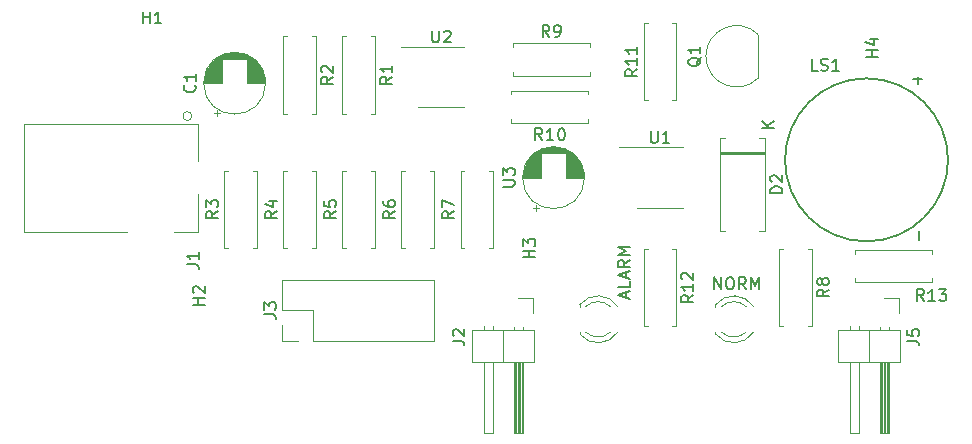
<source format=gto>
G04 #@! TF.GenerationSoftware,KiCad,Pcbnew,(5.1.10)-1*
G04 #@! TF.CreationDate,2021-08-27T01:26:18-04:00*
G04 #@! TF.ProjectId,Water_Valve_Sensor,57617465-725f-4566-916c-76655f53656e,rev?*
G04 #@! TF.SameCoordinates,Original*
G04 #@! TF.FileFunction,Legend,Top*
G04 #@! TF.FilePolarity,Positive*
%FSLAX46Y46*%
G04 Gerber Fmt 4.6, Leading zero omitted, Abs format (unit mm)*
G04 Created by KiCad (PCBNEW (5.1.10)-1) date 2021-08-27 01:26:18*
%MOMM*%
%LPD*%
G01*
G04 APERTURE LIST*
%ADD10C,0.200000*%
%ADD11C,0.120000*%
%ADD12C,0.127000*%
%ADD13C,0.150000*%
%ADD14O,1.600000X1.600000*%
%ADD15C,1.600000*%
%ADD16C,2.500000*%
%ADD17C,5.000000*%
%ADD18C,2.900000*%
%ADD19O,2.000000X4.500000*%
%ADD20O,4.000000X2.000000*%
%ADD21O,2.000000X4.000000*%
%ADD22O,1.700000X1.700000*%
%ADD23R,1.700000X1.700000*%
%ADD24R,1.600000X1.600000*%
%ADD25R,1.300000X1.300000*%
%ADD26C,1.300000*%
%ADD27C,1.800000*%
%ADD28R,1.800000X1.800000*%
%ADD29O,2.400000X2.400000*%
%ADD30R,2.400000X2.400000*%
G04 APERTURE END LIST*
D10*
X87619047Y-145452380D02*
X87619047Y-144452380D01*
X88190476Y-145452380D01*
X88190476Y-144452380D01*
X88857142Y-144452380D02*
X89047619Y-144452380D01*
X89142857Y-144500000D01*
X89238095Y-144595238D01*
X89285714Y-144785714D01*
X89285714Y-145119047D01*
X89238095Y-145309523D01*
X89142857Y-145404761D01*
X89047619Y-145452380D01*
X88857142Y-145452380D01*
X88761904Y-145404761D01*
X88666666Y-145309523D01*
X88619047Y-145119047D01*
X88619047Y-144785714D01*
X88666666Y-144595238D01*
X88761904Y-144500000D01*
X88857142Y-144452380D01*
X90285714Y-145452380D02*
X89952380Y-144976190D01*
X89714285Y-145452380D02*
X89714285Y-144452380D01*
X90095238Y-144452380D01*
X90190476Y-144500000D01*
X90238095Y-144547619D01*
X90285714Y-144642857D01*
X90285714Y-144785714D01*
X90238095Y-144880952D01*
X90190476Y-144928571D01*
X90095238Y-144976190D01*
X89714285Y-144976190D01*
X90714285Y-145452380D02*
X90714285Y-144452380D01*
X91047619Y-145166666D01*
X91380952Y-144452380D01*
X91380952Y-145452380D01*
X80166666Y-146142857D02*
X80166666Y-145666666D01*
X80452380Y-146238095D02*
X79452380Y-145904761D01*
X80452380Y-145571428D01*
X80452380Y-144761904D02*
X80452380Y-145238095D01*
X79452380Y-145238095D01*
X80166666Y-144476190D02*
X80166666Y-144000000D01*
X80452380Y-144571428D02*
X79452380Y-144238095D01*
X80452380Y-143904761D01*
X80452380Y-143000000D02*
X79976190Y-143333333D01*
X80452380Y-143571428D02*
X79452380Y-143571428D01*
X79452380Y-143190476D01*
X79500000Y-143095238D01*
X79547619Y-143047619D01*
X79642857Y-143000000D01*
X79785714Y-143000000D01*
X79880952Y-143047619D01*
X79928571Y-143095238D01*
X79976190Y-143190476D01*
X79976190Y-143571428D01*
X80452380Y-142571428D02*
X79452380Y-142571428D01*
X80166666Y-142238095D01*
X79452380Y-141904761D01*
X80452380Y-141904761D01*
D11*
X99540000Y-142460000D02*
X99540000Y-142130000D01*
X99540000Y-142130000D02*
X106080000Y-142130000D01*
X106080000Y-142130000D02*
X106080000Y-142460000D01*
X99540000Y-144540000D02*
X99540000Y-144870000D01*
X99540000Y-144870000D02*
X106080000Y-144870000D01*
X106080000Y-144870000D02*
X106080000Y-144540000D01*
D12*
X107400000Y-134500000D02*
G75*
G03*
X107400000Y-134500000I-6900000J0D01*
G01*
D11*
X43381000Y-130793000D02*
G75*
G03*
X43381000Y-130793000I-381000J0D01*
G01*
X40753454Y-140572000D02*
X43889000Y-140572000D01*
X43889000Y-131428000D02*
X29157000Y-131428000D01*
X43889000Y-140572000D02*
X43889000Y-131428000D01*
X29157000Y-140572000D02*
X39150546Y-140572000D01*
X29157000Y-131428000D02*
X29157000Y-140572000D01*
X72330000Y-148940000D02*
X67130000Y-148940000D01*
X67130000Y-148940000D02*
X67130000Y-151600000D01*
X67130000Y-151600000D02*
X72330000Y-151600000D01*
X72330000Y-151600000D02*
X72330000Y-148940000D01*
X71380000Y-151600000D02*
X71380000Y-157600000D01*
X71380000Y-157600000D02*
X70620000Y-157600000D01*
X70620000Y-157600000D02*
X70620000Y-151600000D01*
X71320000Y-151600000D02*
X71320000Y-157600000D01*
X71200000Y-151600000D02*
X71200000Y-157600000D01*
X71080000Y-151600000D02*
X71080000Y-157600000D01*
X70960000Y-151600000D02*
X70960000Y-157600000D01*
X70840000Y-151600000D02*
X70840000Y-157600000D01*
X70720000Y-151600000D02*
X70720000Y-157600000D01*
X71380000Y-148610000D02*
X71380000Y-148940000D01*
X70620000Y-148610000D02*
X70620000Y-148940000D01*
X69730000Y-148940000D02*
X69730000Y-151600000D01*
X68840000Y-151600000D02*
X68840000Y-157600000D01*
X68840000Y-157600000D02*
X68080000Y-157600000D01*
X68080000Y-157600000D02*
X68080000Y-151600000D01*
X68840000Y-148542929D02*
X68840000Y-148940000D01*
X68080000Y-148542929D02*
X68080000Y-148940000D01*
X71000000Y-146230000D02*
X72270000Y-146230000D01*
X72270000Y-146230000D02*
X72270000Y-147500000D01*
X103330000Y-148940000D02*
X98130000Y-148940000D01*
X98130000Y-148940000D02*
X98130000Y-151600000D01*
X98130000Y-151600000D02*
X103330000Y-151600000D01*
X103330000Y-151600000D02*
X103330000Y-148940000D01*
X102380000Y-151600000D02*
X102380000Y-157600000D01*
X102380000Y-157600000D02*
X101620000Y-157600000D01*
X101620000Y-157600000D02*
X101620000Y-151600000D01*
X102320000Y-151600000D02*
X102320000Y-157600000D01*
X102200000Y-151600000D02*
X102200000Y-157600000D01*
X102080000Y-151600000D02*
X102080000Y-157600000D01*
X101960000Y-151600000D02*
X101960000Y-157600000D01*
X101840000Y-151600000D02*
X101840000Y-157600000D01*
X101720000Y-151600000D02*
X101720000Y-157600000D01*
X102380000Y-148610000D02*
X102380000Y-148940000D01*
X101620000Y-148610000D02*
X101620000Y-148940000D01*
X100730000Y-148940000D02*
X100730000Y-151600000D01*
X99840000Y-151600000D02*
X99840000Y-157600000D01*
X99840000Y-157600000D02*
X99080000Y-157600000D01*
X99080000Y-157600000D02*
X99080000Y-151600000D01*
X99840000Y-148542929D02*
X99840000Y-148940000D01*
X99080000Y-148542929D02*
X99080000Y-148940000D01*
X102000000Y-146230000D02*
X103270000Y-146230000D01*
X103270000Y-146230000D02*
X103270000Y-147500000D01*
X63870000Y-149830000D02*
X63870000Y-144630000D01*
X53650000Y-149830000D02*
X63870000Y-149830000D01*
X51050000Y-144630000D02*
X63870000Y-144630000D01*
X53650000Y-149830000D02*
X53650000Y-147230000D01*
X53650000Y-147230000D02*
X51050000Y-147230000D01*
X51050000Y-147230000D02*
X51050000Y-144630000D01*
X52380000Y-149830000D02*
X51050000Y-149830000D01*
X51050000Y-149830000D02*
X51050000Y-148500000D01*
X76620000Y-136000000D02*
G75*
G03*
X76620000Y-136000000I-2620000J0D01*
G01*
X75040000Y-136000000D02*
X76580000Y-136000000D01*
X71420000Y-136000000D02*
X72960000Y-136000000D01*
X75040000Y-135960000D02*
X76580000Y-135960000D01*
X71420000Y-135960000D02*
X72960000Y-135960000D01*
X71421000Y-135920000D02*
X72960000Y-135920000D01*
X75040000Y-135920000D02*
X76579000Y-135920000D01*
X71422000Y-135880000D02*
X72960000Y-135880000D01*
X75040000Y-135880000D02*
X76578000Y-135880000D01*
X71424000Y-135840000D02*
X72960000Y-135840000D01*
X75040000Y-135840000D02*
X76576000Y-135840000D01*
X71427000Y-135800000D02*
X72960000Y-135800000D01*
X75040000Y-135800000D02*
X76573000Y-135800000D01*
X71431000Y-135760000D02*
X72960000Y-135760000D01*
X75040000Y-135760000D02*
X76569000Y-135760000D01*
X71435000Y-135720000D02*
X72960000Y-135720000D01*
X75040000Y-135720000D02*
X76565000Y-135720000D01*
X71439000Y-135680000D02*
X72960000Y-135680000D01*
X75040000Y-135680000D02*
X76561000Y-135680000D01*
X71444000Y-135640000D02*
X72960000Y-135640000D01*
X75040000Y-135640000D02*
X76556000Y-135640000D01*
X71450000Y-135600000D02*
X72960000Y-135600000D01*
X75040000Y-135600000D02*
X76550000Y-135600000D01*
X71457000Y-135560000D02*
X72960000Y-135560000D01*
X75040000Y-135560000D02*
X76543000Y-135560000D01*
X71464000Y-135520000D02*
X72960000Y-135520000D01*
X75040000Y-135520000D02*
X76536000Y-135520000D01*
X71472000Y-135480000D02*
X72960000Y-135480000D01*
X75040000Y-135480000D02*
X76528000Y-135480000D01*
X71480000Y-135440000D02*
X72960000Y-135440000D01*
X75040000Y-135440000D02*
X76520000Y-135440000D01*
X71489000Y-135400000D02*
X72960000Y-135400000D01*
X75040000Y-135400000D02*
X76511000Y-135400000D01*
X71499000Y-135360000D02*
X72960000Y-135360000D01*
X75040000Y-135360000D02*
X76501000Y-135360000D01*
X71509000Y-135320000D02*
X72960000Y-135320000D01*
X75040000Y-135320000D02*
X76491000Y-135320000D01*
X71520000Y-135279000D02*
X72960000Y-135279000D01*
X75040000Y-135279000D02*
X76480000Y-135279000D01*
X71532000Y-135239000D02*
X72960000Y-135239000D01*
X75040000Y-135239000D02*
X76468000Y-135239000D01*
X71545000Y-135199000D02*
X72960000Y-135199000D01*
X75040000Y-135199000D02*
X76455000Y-135199000D01*
X71558000Y-135159000D02*
X72960000Y-135159000D01*
X75040000Y-135159000D02*
X76442000Y-135159000D01*
X71572000Y-135119000D02*
X72960000Y-135119000D01*
X75040000Y-135119000D02*
X76428000Y-135119000D01*
X71586000Y-135079000D02*
X72960000Y-135079000D01*
X75040000Y-135079000D02*
X76414000Y-135079000D01*
X71602000Y-135039000D02*
X72960000Y-135039000D01*
X75040000Y-135039000D02*
X76398000Y-135039000D01*
X71618000Y-134999000D02*
X72960000Y-134999000D01*
X75040000Y-134999000D02*
X76382000Y-134999000D01*
X71635000Y-134959000D02*
X72960000Y-134959000D01*
X75040000Y-134959000D02*
X76365000Y-134959000D01*
X71652000Y-134919000D02*
X72960000Y-134919000D01*
X75040000Y-134919000D02*
X76348000Y-134919000D01*
X71671000Y-134879000D02*
X72960000Y-134879000D01*
X75040000Y-134879000D02*
X76329000Y-134879000D01*
X71690000Y-134839000D02*
X72960000Y-134839000D01*
X75040000Y-134839000D02*
X76310000Y-134839000D01*
X71710000Y-134799000D02*
X72960000Y-134799000D01*
X75040000Y-134799000D02*
X76290000Y-134799000D01*
X71732000Y-134759000D02*
X72960000Y-134759000D01*
X75040000Y-134759000D02*
X76268000Y-134759000D01*
X71753000Y-134719000D02*
X72960000Y-134719000D01*
X75040000Y-134719000D02*
X76247000Y-134719000D01*
X71776000Y-134679000D02*
X72960000Y-134679000D01*
X75040000Y-134679000D02*
X76224000Y-134679000D01*
X71800000Y-134639000D02*
X72960000Y-134639000D01*
X75040000Y-134639000D02*
X76200000Y-134639000D01*
X71825000Y-134599000D02*
X72960000Y-134599000D01*
X75040000Y-134599000D02*
X76175000Y-134599000D01*
X71851000Y-134559000D02*
X72960000Y-134559000D01*
X75040000Y-134559000D02*
X76149000Y-134559000D01*
X71878000Y-134519000D02*
X72960000Y-134519000D01*
X75040000Y-134519000D02*
X76122000Y-134519000D01*
X71905000Y-134479000D02*
X72960000Y-134479000D01*
X75040000Y-134479000D02*
X76095000Y-134479000D01*
X71935000Y-134439000D02*
X72960000Y-134439000D01*
X75040000Y-134439000D02*
X76065000Y-134439000D01*
X71965000Y-134399000D02*
X72960000Y-134399000D01*
X75040000Y-134399000D02*
X76035000Y-134399000D01*
X71996000Y-134359000D02*
X72960000Y-134359000D01*
X75040000Y-134359000D02*
X76004000Y-134359000D01*
X72029000Y-134319000D02*
X72960000Y-134319000D01*
X75040000Y-134319000D02*
X75971000Y-134319000D01*
X72063000Y-134279000D02*
X72960000Y-134279000D01*
X75040000Y-134279000D02*
X75937000Y-134279000D01*
X72099000Y-134239000D02*
X72960000Y-134239000D01*
X75040000Y-134239000D02*
X75901000Y-134239000D01*
X72136000Y-134199000D02*
X72960000Y-134199000D01*
X75040000Y-134199000D02*
X75864000Y-134199000D01*
X72174000Y-134159000D02*
X72960000Y-134159000D01*
X75040000Y-134159000D02*
X75826000Y-134159000D01*
X72215000Y-134119000D02*
X72960000Y-134119000D01*
X75040000Y-134119000D02*
X75785000Y-134119000D01*
X72257000Y-134079000D02*
X72960000Y-134079000D01*
X75040000Y-134079000D02*
X75743000Y-134079000D01*
X72301000Y-134039000D02*
X72960000Y-134039000D01*
X75040000Y-134039000D02*
X75699000Y-134039000D01*
X72347000Y-133999000D02*
X72960000Y-133999000D01*
X75040000Y-133999000D02*
X75653000Y-133999000D01*
X72395000Y-133959000D02*
X75605000Y-133959000D01*
X72446000Y-133919000D02*
X75554000Y-133919000D01*
X72500000Y-133879000D02*
X75500000Y-133879000D01*
X72557000Y-133839000D02*
X75443000Y-133839000D01*
X72617000Y-133799000D02*
X75383000Y-133799000D01*
X72681000Y-133759000D02*
X75319000Y-133759000D01*
X72749000Y-133719000D02*
X75251000Y-133719000D01*
X72822000Y-133679000D02*
X75178000Y-133679000D01*
X72902000Y-133639000D02*
X75098000Y-133639000D01*
X72989000Y-133599000D02*
X75011000Y-133599000D01*
X73085000Y-133559000D02*
X74915000Y-133559000D01*
X73195000Y-133519000D02*
X74805000Y-133519000D01*
X73323000Y-133479000D02*
X74677000Y-133479000D01*
X73482000Y-133439000D02*
X74518000Y-133439000D01*
X73716000Y-133399000D02*
X74284000Y-133399000D01*
X72525000Y-138804775D02*
X72525000Y-138304775D01*
X72275000Y-138554775D02*
X72775000Y-138554775D01*
X64500000Y-130060000D02*
X66450000Y-130060000D01*
X64500000Y-130060000D02*
X62550000Y-130060000D01*
X64500000Y-124940000D02*
X66450000Y-124940000D01*
X64500000Y-124940000D02*
X61050000Y-124940000D01*
X83000000Y-138560000D02*
X84950000Y-138560000D01*
X83000000Y-138560000D02*
X81050000Y-138560000D01*
X83000000Y-133440000D02*
X84950000Y-133440000D01*
X83000000Y-133440000D02*
X79550000Y-133440000D01*
X84040000Y-142040000D02*
X84370000Y-142040000D01*
X84370000Y-142040000D02*
X84370000Y-148580000D01*
X84370000Y-148580000D02*
X84040000Y-148580000D01*
X81960000Y-142040000D02*
X81630000Y-142040000D01*
X81630000Y-142040000D02*
X81630000Y-148580000D01*
X81630000Y-148580000D02*
X81960000Y-148580000D01*
X81960000Y-129460000D02*
X81630000Y-129460000D01*
X81630000Y-129460000D02*
X81630000Y-122920000D01*
X81630000Y-122920000D02*
X81960000Y-122920000D01*
X84040000Y-129460000D02*
X84370000Y-129460000D01*
X84370000Y-129460000D02*
X84370000Y-122920000D01*
X84370000Y-122920000D02*
X84040000Y-122920000D01*
X76960000Y-131040000D02*
X76960000Y-131370000D01*
X76960000Y-131370000D02*
X70420000Y-131370000D01*
X70420000Y-131370000D02*
X70420000Y-131040000D01*
X76960000Y-128960000D02*
X76960000Y-128630000D01*
X76960000Y-128630000D02*
X70420000Y-128630000D01*
X70420000Y-128630000D02*
X70420000Y-128960000D01*
X70540000Y-124960000D02*
X70540000Y-124630000D01*
X70540000Y-124630000D02*
X77080000Y-124630000D01*
X77080000Y-124630000D02*
X77080000Y-124960000D01*
X70540000Y-127040000D02*
X70540000Y-127370000D01*
X70540000Y-127370000D02*
X77080000Y-127370000D01*
X77080000Y-127370000D02*
X77080000Y-127040000D01*
X95540000Y-142040000D02*
X95870000Y-142040000D01*
X95870000Y-142040000D02*
X95870000Y-148580000D01*
X95870000Y-148580000D02*
X95540000Y-148580000D01*
X93460000Y-142040000D02*
X93130000Y-142040000D01*
X93130000Y-142040000D02*
X93130000Y-148580000D01*
X93130000Y-148580000D02*
X93460000Y-148580000D01*
X66460000Y-141960000D02*
X66130000Y-141960000D01*
X66130000Y-141960000D02*
X66130000Y-135420000D01*
X66130000Y-135420000D02*
X66460000Y-135420000D01*
X68540000Y-141960000D02*
X68870000Y-141960000D01*
X68870000Y-141960000D02*
X68870000Y-135420000D01*
X68870000Y-135420000D02*
X68540000Y-135420000D01*
X61460000Y-141960000D02*
X61130000Y-141960000D01*
X61130000Y-141960000D02*
X61130000Y-135420000D01*
X61130000Y-135420000D02*
X61460000Y-135420000D01*
X63540000Y-141960000D02*
X63870000Y-141960000D01*
X63870000Y-141960000D02*
X63870000Y-135420000D01*
X63870000Y-135420000D02*
X63540000Y-135420000D01*
X56460000Y-141960000D02*
X56130000Y-141960000D01*
X56130000Y-141960000D02*
X56130000Y-135420000D01*
X56130000Y-135420000D02*
X56460000Y-135420000D01*
X58540000Y-141960000D02*
X58870000Y-141960000D01*
X58870000Y-141960000D02*
X58870000Y-135420000D01*
X58870000Y-135420000D02*
X58540000Y-135420000D01*
X51460000Y-141960000D02*
X51130000Y-141960000D01*
X51130000Y-141960000D02*
X51130000Y-135420000D01*
X51130000Y-135420000D02*
X51460000Y-135420000D01*
X53540000Y-141960000D02*
X53870000Y-141960000D01*
X53870000Y-141960000D02*
X53870000Y-135420000D01*
X53870000Y-135420000D02*
X53540000Y-135420000D01*
X46460000Y-141960000D02*
X46130000Y-141960000D01*
X46130000Y-141960000D02*
X46130000Y-135420000D01*
X46130000Y-135420000D02*
X46460000Y-135420000D01*
X48540000Y-141960000D02*
X48870000Y-141960000D01*
X48870000Y-141960000D02*
X48870000Y-135420000D01*
X48870000Y-135420000D02*
X48540000Y-135420000D01*
X53540000Y-124040000D02*
X53870000Y-124040000D01*
X53870000Y-124040000D02*
X53870000Y-130580000D01*
X53870000Y-130580000D02*
X53540000Y-130580000D01*
X51460000Y-124040000D02*
X51130000Y-124040000D01*
X51130000Y-124040000D02*
X51130000Y-130580000D01*
X51130000Y-130580000D02*
X51460000Y-130580000D01*
X58540000Y-124040000D02*
X58870000Y-124040000D01*
X58870000Y-124040000D02*
X58870000Y-130580000D01*
X58870000Y-130580000D02*
X58540000Y-130580000D01*
X56460000Y-124040000D02*
X56130000Y-124040000D01*
X56130000Y-124040000D02*
X56130000Y-130580000D01*
X56130000Y-130580000D02*
X56460000Y-130580000D01*
X91338478Y-123891522D02*
G75*
G03*
X86900000Y-125730000I-1838478J-1838478D01*
G01*
X91338478Y-127568478D02*
G75*
G02*
X86900000Y-125730000I-1838478J1838478D01*
G01*
X91350000Y-127530000D02*
X91350000Y-123930000D01*
X78811130Y-149079837D02*
G75*
G02*
X76729039Y-149080000I-1041130J1079837D01*
G01*
X78811130Y-146920163D02*
G75*
G03*
X76729039Y-146920000I-1041130J-1079837D01*
G01*
X79442335Y-149078608D02*
G75*
G02*
X76210000Y-149235516I-1672335J1078608D01*
G01*
X79442335Y-146921392D02*
G75*
G03*
X76210000Y-146764484I-1672335J-1078608D01*
G01*
X76210000Y-146764000D02*
X76210000Y-146920000D01*
X76210000Y-149080000D02*
X76210000Y-149236000D01*
X91440000Y-132660000D02*
X91920000Y-132660000D01*
X91920000Y-132660000D02*
X91920000Y-140500000D01*
X91920000Y-140500000D02*
X91440000Y-140500000D01*
X88560000Y-132660000D02*
X88080000Y-132660000D01*
X88080000Y-132660000D02*
X88080000Y-140500000D01*
X88080000Y-140500000D02*
X88560000Y-140500000D01*
X91920000Y-133920000D02*
X88080000Y-133920000D01*
X91920000Y-134040000D02*
X88080000Y-134040000D01*
X91920000Y-133800000D02*
X88080000Y-133800000D01*
X90311130Y-149079837D02*
G75*
G02*
X88229039Y-149080000I-1041130J1079837D01*
G01*
X90311130Y-146920163D02*
G75*
G03*
X88229039Y-146920000I-1041130J-1079837D01*
G01*
X90942335Y-149078608D02*
G75*
G02*
X87710000Y-149235516I-1672335J1078608D01*
G01*
X90942335Y-146921392D02*
G75*
G03*
X87710000Y-146764484I-1672335J-1078608D01*
G01*
X87710000Y-146764000D02*
X87710000Y-146920000D01*
X87710000Y-149080000D02*
X87710000Y-149236000D01*
X49620000Y-128000000D02*
G75*
G03*
X49620000Y-128000000I-2620000J0D01*
G01*
X48040000Y-128000000D02*
X49580000Y-128000000D01*
X44420000Y-128000000D02*
X45960000Y-128000000D01*
X48040000Y-127960000D02*
X49580000Y-127960000D01*
X44420000Y-127960000D02*
X45960000Y-127960000D01*
X44421000Y-127920000D02*
X45960000Y-127920000D01*
X48040000Y-127920000D02*
X49579000Y-127920000D01*
X44422000Y-127880000D02*
X45960000Y-127880000D01*
X48040000Y-127880000D02*
X49578000Y-127880000D01*
X44424000Y-127840000D02*
X45960000Y-127840000D01*
X48040000Y-127840000D02*
X49576000Y-127840000D01*
X44427000Y-127800000D02*
X45960000Y-127800000D01*
X48040000Y-127800000D02*
X49573000Y-127800000D01*
X44431000Y-127760000D02*
X45960000Y-127760000D01*
X48040000Y-127760000D02*
X49569000Y-127760000D01*
X44435000Y-127720000D02*
X45960000Y-127720000D01*
X48040000Y-127720000D02*
X49565000Y-127720000D01*
X44439000Y-127680000D02*
X45960000Y-127680000D01*
X48040000Y-127680000D02*
X49561000Y-127680000D01*
X44444000Y-127640000D02*
X45960000Y-127640000D01*
X48040000Y-127640000D02*
X49556000Y-127640000D01*
X44450000Y-127600000D02*
X45960000Y-127600000D01*
X48040000Y-127600000D02*
X49550000Y-127600000D01*
X44457000Y-127560000D02*
X45960000Y-127560000D01*
X48040000Y-127560000D02*
X49543000Y-127560000D01*
X44464000Y-127520000D02*
X45960000Y-127520000D01*
X48040000Y-127520000D02*
X49536000Y-127520000D01*
X44472000Y-127480000D02*
X45960000Y-127480000D01*
X48040000Y-127480000D02*
X49528000Y-127480000D01*
X44480000Y-127440000D02*
X45960000Y-127440000D01*
X48040000Y-127440000D02*
X49520000Y-127440000D01*
X44489000Y-127400000D02*
X45960000Y-127400000D01*
X48040000Y-127400000D02*
X49511000Y-127400000D01*
X44499000Y-127360000D02*
X45960000Y-127360000D01*
X48040000Y-127360000D02*
X49501000Y-127360000D01*
X44509000Y-127320000D02*
X45960000Y-127320000D01*
X48040000Y-127320000D02*
X49491000Y-127320000D01*
X44520000Y-127279000D02*
X45960000Y-127279000D01*
X48040000Y-127279000D02*
X49480000Y-127279000D01*
X44532000Y-127239000D02*
X45960000Y-127239000D01*
X48040000Y-127239000D02*
X49468000Y-127239000D01*
X44545000Y-127199000D02*
X45960000Y-127199000D01*
X48040000Y-127199000D02*
X49455000Y-127199000D01*
X44558000Y-127159000D02*
X45960000Y-127159000D01*
X48040000Y-127159000D02*
X49442000Y-127159000D01*
X44572000Y-127119000D02*
X45960000Y-127119000D01*
X48040000Y-127119000D02*
X49428000Y-127119000D01*
X44586000Y-127079000D02*
X45960000Y-127079000D01*
X48040000Y-127079000D02*
X49414000Y-127079000D01*
X44602000Y-127039000D02*
X45960000Y-127039000D01*
X48040000Y-127039000D02*
X49398000Y-127039000D01*
X44618000Y-126999000D02*
X45960000Y-126999000D01*
X48040000Y-126999000D02*
X49382000Y-126999000D01*
X44635000Y-126959000D02*
X45960000Y-126959000D01*
X48040000Y-126959000D02*
X49365000Y-126959000D01*
X44652000Y-126919000D02*
X45960000Y-126919000D01*
X48040000Y-126919000D02*
X49348000Y-126919000D01*
X44671000Y-126879000D02*
X45960000Y-126879000D01*
X48040000Y-126879000D02*
X49329000Y-126879000D01*
X44690000Y-126839000D02*
X45960000Y-126839000D01*
X48040000Y-126839000D02*
X49310000Y-126839000D01*
X44710000Y-126799000D02*
X45960000Y-126799000D01*
X48040000Y-126799000D02*
X49290000Y-126799000D01*
X44732000Y-126759000D02*
X45960000Y-126759000D01*
X48040000Y-126759000D02*
X49268000Y-126759000D01*
X44753000Y-126719000D02*
X45960000Y-126719000D01*
X48040000Y-126719000D02*
X49247000Y-126719000D01*
X44776000Y-126679000D02*
X45960000Y-126679000D01*
X48040000Y-126679000D02*
X49224000Y-126679000D01*
X44800000Y-126639000D02*
X45960000Y-126639000D01*
X48040000Y-126639000D02*
X49200000Y-126639000D01*
X44825000Y-126599000D02*
X45960000Y-126599000D01*
X48040000Y-126599000D02*
X49175000Y-126599000D01*
X44851000Y-126559000D02*
X45960000Y-126559000D01*
X48040000Y-126559000D02*
X49149000Y-126559000D01*
X44878000Y-126519000D02*
X45960000Y-126519000D01*
X48040000Y-126519000D02*
X49122000Y-126519000D01*
X44905000Y-126479000D02*
X45960000Y-126479000D01*
X48040000Y-126479000D02*
X49095000Y-126479000D01*
X44935000Y-126439000D02*
X45960000Y-126439000D01*
X48040000Y-126439000D02*
X49065000Y-126439000D01*
X44965000Y-126399000D02*
X45960000Y-126399000D01*
X48040000Y-126399000D02*
X49035000Y-126399000D01*
X44996000Y-126359000D02*
X45960000Y-126359000D01*
X48040000Y-126359000D02*
X49004000Y-126359000D01*
X45029000Y-126319000D02*
X45960000Y-126319000D01*
X48040000Y-126319000D02*
X48971000Y-126319000D01*
X45063000Y-126279000D02*
X45960000Y-126279000D01*
X48040000Y-126279000D02*
X48937000Y-126279000D01*
X45099000Y-126239000D02*
X45960000Y-126239000D01*
X48040000Y-126239000D02*
X48901000Y-126239000D01*
X45136000Y-126199000D02*
X45960000Y-126199000D01*
X48040000Y-126199000D02*
X48864000Y-126199000D01*
X45174000Y-126159000D02*
X45960000Y-126159000D01*
X48040000Y-126159000D02*
X48826000Y-126159000D01*
X45215000Y-126119000D02*
X45960000Y-126119000D01*
X48040000Y-126119000D02*
X48785000Y-126119000D01*
X45257000Y-126079000D02*
X45960000Y-126079000D01*
X48040000Y-126079000D02*
X48743000Y-126079000D01*
X45301000Y-126039000D02*
X45960000Y-126039000D01*
X48040000Y-126039000D02*
X48699000Y-126039000D01*
X45347000Y-125999000D02*
X45960000Y-125999000D01*
X48040000Y-125999000D02*
X48653000Y-125999000D01*
X45395000Y-125959000D02*
X48605000Y-125959000D01*
X45446000Y-125919000D02*
X48554000Y-125919000D01*
X45500000Y-125879000D02*
X48500000Y-125879000D01*
X45557000Y-125839000D02*
X48443000Y-125839000D01*
X45617000Y-125799000D02*
X48383000Y-125799000D01*
X45681000Y-125759000D02*
X48319000Y-125759000D01*
X45749000Y-125719000D02*
X48251000Y-125719000D01*
X45822000Y-125679000D02*
X48178000Y-125679000D01*
X45902000Y-125639000D02*
X48098000Y-125639000D01*
X45989000Y-125599000D02*
X48011000Y-125599000D01*
X46085000Y-125559000D02*
X47915000Y-125559000D01*
X46195000Y-125519000D02*
X47805000Y-125519000D01*
X46323000Y-125479000D02*
X47677000Y-125479000D01*
X46482000Y-125439000D02*
X47518000Y-125439000D01*
X46716000Y-125399000D02*
X47284000Y-125399000D01*
X45525000Y-130804775D02*
X45525000Y-130304775D01*
X45275000Y-130554775D02*
X45775000Y-130554775D01*
D13*
X105357142Y-146452380D02*
X105023809Y-145976190D01*
X104785714Y-146452380D02*
X104785714Y-145452380D01*
X105166666Y-145452380D01*
X105261904Y-145500000D01*
X105309523Y-145547619D01*
X105357142Y-145642857D01*
X105357142Y-145785714D01*
X105309523Y-145880952D01*
X105261904Y-145928571D01*
X105166666Y-145976190D01*
X104785714Y-145976190D01*
X106309523Y-146452380D02*
X105738095Y-146452380D01*
X106023809Y-146452380D02*
X106023809Y-145452380D01*
X105928571Y-145595238D01*
X105833333Y-145690476D01*
X105738095Y-145738095D01*
X106642857Y-145452380D02*
X107261904Y-145452380D01*
X106928571Y-145833333D01*
X107071428Y-145833333D01*
X107166666Y-145880952D01*
X107214285Y-145928571D01*
X107261904Y-146023809D01*
X107261904Y-146261904D01*
X107214285Y-146357142D01*
X107166666Y-146404761D01*
X107071428Y-146452380D01*
X106785714Y-146452380D01*
X106690476Y-146404761D01*
X106642857Y-146357142D01*
X96357142Y-126952380D02*
X95880952Y-126952380D01*
X95880952Y-125952380D01*
X96642857Y-126904761D02*
X96785714Y-126952380D01*
X97023809Y-126952380D01*
X97119047Y-126904761D01*
X97166666Y-126857142D01*
X97214285Y-126761904D01*
X97214285Y-126666666D01*
X97166666Y-126571428D01*
X97119047Y-126523809D01*
X97023809Y-126476190D01*
X96833333Y-126428571D01*
X96738095Y-126380952D01*
X96690476Y-126333333D01*
X96642857Y-126238095D01*
X96642857Y-126142857D01*
X96690476Y-126047619D01*
X96738095Y-126000000D01*
X96833333Y-125952380D01*
X97071428Y-125952380D01*
X97214285Y-126000000D01*
X98166666Y-126952380D02*
X97595238Y-126952380D01*
X97880952Y-126952380D02*
X97880952Y-125952380D01*
X97785714Y-126095238D01*
X97690476Y-126190476D01*
X97595238Y-126238095D01*
X104836428Y-128040952D02*
X104836428Y-127279047D01*
X105217380Y-127660000D02*
X104455476Y-127660000D01*
X104976428Y-141255952D02*
X104976428Y-140494047D01*
X101452380Y-125761904D02*
X100452380Y-125761904D01*
X100928571Y-125761904D02*
X100928571Y-125190476D01*
X101452380Y-125190476D02*
X100452380Y-125190476D01*
X100785714Y-124285714D02*
X101452380Y-124285714D01*
X100404761Y-124523809D02*
X101119047Y-124761904D01*
X101119047Y-124142857D01*
X42952380Y-143333333D02*
X43666666Y-143333333D01*
X43809523Y-143380952D01*
X43904761Y-143476190D01*
X43952380Y-143619047D01*
X43952380Y-143714285D01*
X43952380Y-142333333D02*
X43952380Y-142904761D01*
X43952380Y-142619047D02*
X42952380Y-142619047D01*
X43095238Y-142714285D01*
X43190476Y-142809523D01*
X43238095Y-142904761D01*
X42452380Y-136000000D02*
X42690476Y-136000000D01*
X42595238Y-136238095D02*
X42690476Y-136000000D01*
X42595238Y-135761904D01*
X42880952Y-136142857D02*
X42690476Y-136000000D01*
X42880952Y-135857142D01*
X65452380Y-149833333D02*
X66166666Y-149833333D01*
X66309523Y-149880952D01*
X66404761Y-149976190D01*
X66452380Y-150119047D01*
X66452380Y-150214285D01*
X65547619Y-149404761D02*
X65500000Y-149357142D01*
X65452380Y-149261904D01*
X65452380Y-149023809D01*
X65500000Y-148928571D01*
X65547619Y-148880952D01*
X65642857Y-148833333D01*
X65738095Y-148833333D01*
X65880952Y-148880952D01*
X66452380Y-149452380D01*
X66452380Y-148833333D01*
X72452380Y-142761904D02*
X71452380Y-142761904D01*
X71928571Y-142761904D02*
X71928571Y-142190476D01*
X72452380Y-142190476D02*
X71452380Y-142190476D01*
X71452380Y-141809523D02*
X71452380Y-141190476D01*
X71833333Y-141523809D01*
X71833333Y-141380952D01*
X71880952Y-141285714D01*
X71928571Y-141238095D01*
X72023809Y-141190476D01*
X72261904Y-141190476D01*
X72357142Y-141238095D01*
X72404761Y-141285714D01*
X72452380Y-141380952D01*
X72452380Y-141666666D01*
X72404761Y-141761904D01*
X72357142Y-141809523D01*
X44452380Y-146761904D02*
X43452380Y-146761904D01*
X43928571Y-146761904D02*
X43928571Y-146190476D01*
X44452380Y-146190476D02*
X43452380Y-146190476D01*
X43547619Y-145761904D02*
X43500000Y-145714285D01*
X43452380Y-145619047D01*
X43452380Y-145380952D01*
X43500000Y-145285714D01*
X43547619Y-145238095D01*
X43642857Y-145190476D01*
X43738095Y-145190476D01*
X43880952Y-145238095D01*
X44452380Y-145809523D01*
X44452380Y-145190476D01*
X39238095Y-122952380D02*
X39238095Y-121952380D01*
X39238095Y-122428571D02*
X39809523Y-122428571D01*
X39809523Y-122952380D02*
X39809523Y-121952380D01*
X40809523Y-122952380D02*
X40238095Y-122952380D01*
X40523809Y-122952380D02*
X40523809Y-121952380D01*
X40428571Y-122095238D01*
X40333333Y-122190476D01*
X40238095Y-122238095D01*
X103952380Y-149833333D02*
X104666666Y-149833333D01*
X104809523Y-149880952D01*
X104904761Y-149976190D01*
X104952380Y-150119047D01*
X104952380Y-150214285D01*
X103952380Y-148880952D02*
X103952380Y-149357142D01*
X104428571Y-149404761D01*
X104380952Y-149357142D01*
X104333333Y-149261904D01*
X104333333Y-149023809D01*
X104380952Y-148928571D01*
X104428571Y-148880952D01*
X104523809Y-148833333D01*
X104761904Y-148833333D01*
X104857142Y-148880952D01*
X104904761Y-148928571D01*
X104952380Y-149023809D01*
X104952380Y-149261904D01*
X104904761Y-149357142D01*
X104857142Y-149404761D01*
X49502380Y-147563333D02*
X50216666Y-147563333D01*
X50359523Y-147610952D01*
X50454761Y-147706190D01*
X50502380Y-147849047D01*
X50502380Y-147944285D01*
X49502380Y-147182380D02*
X49502380Y-146563333D01*
X49883333Y-146896666D01*
X49883333Y-146753809D01*
X49930952Y-146658571D01*
X49978571Y-146610952D01*
X50073809Y-146563333D01*
X50311904Y-146563333D01*
X50407142Y-146610952D01*
X50454761Y-146658571D01*
X50502380Y-146753809D01*
X50502380Y-147039523D01*
X50454761Y-147134761D01*
X50407142Y-147182380D01*
X69702380Y-136761904D02*
X70511904Y-136761904D01*
X70607142Y-136714285D01*
X70654761Y-136666666D01*
X70702380Y-136571428D01*
X70702380Y-136380952D01*
X70654761Y-136285714D01*
X70607142Y-136238095D01*
X70511904Y-136190476D01*
X69702380Y-136190476D01*
X69702380Y-135809523D02*
X69702380Y-135190476D01*
X70083333Y-135523809D01*
X70083333Y-135380952D01*
X70130952Y-135285714D01*
X70178571Y-135238095D01*
X70273809Y-135190476D01*
X70511904Y-135190476D01*
X70607142Y-135238095D01*
X70654761Y-135285714D01*
X70702380Y-135380952D01*
X70702380Y-135666666D01*
X70654761Y-135761904D01*
X70607142Y-135809523D01*
X63738095Y-123552380D02*
X63738095Y-124361904D01*
X63785714Y-124457142D01*
X63833333Y-124504761D01*
X63928571Y-124552380D01*
X64119047Y-124552380D01*
X64214285Y-124504761D01*
X64261904Y-124457142D01*
X64309523Y-124361904D01*
X64309523Y-123552380D01*
X64738095Y-123647619D02*
X64785714Y-123600000D01*
X64880952Y-123552380D01*
X65119047Y-123552380D01*
X65214285Y-123600000D01*
X65261904Y-123647619D01*
X65309523Y-123742857D01*
X65309523Y-123838095D01*
X65261904Y-123980952D01*
X64690476Y-124552380D01*
X65309523Y-124552380D01*
X82238095Y-132052380D02*
X82238095Y-132861904D01*
X82285714Y-132957142D01*
X82333333Y-133004761D01*
X82428571Y-133052380D01*
X82619047Y-133052380D01*
X82714285Y-133004761D01*
X82761904Y-132957142D01*
X82809523Y-132861904D01*
X82809523Y-132052380D01*
X83809523Y-133052380D02*
X83238095Y-133052380D01*
X83523809Y-133052380D02*
X83523809Y-132052380D01*
X83428571Y-132195238D01*
X83333333Y-132290476D01*
X83238095Y-132338095D01*
X85822380Y-145952857D02*
X85346190Y-146286190D01*
X85822380Y-146524285D02*
X84822380Y-146524285D01*
X84822380Y-146143333D01*
X84870000Y-146048095D01*
X84917619Y-146000476D01*
X85012857Y-145952857D01*
X85155714Y-145952857D01*
X85250952Y-146000476D01*
X85298571Y-146048095D01*
X85346190Y-146143333D01*
X85346190Y-146524285D01*
X85822380Y-145000476D02*
X85822380Y-145571904D01*
X85822380Y-145286190D02*
X84822380Y-145286190D01*
X84965238Y-145381428D01*
X85060476Y-145476666D01*
X85108095Y-145571904D01*
X84917619Y-144619523D02*
X84870000Y-144571904D01*
X84822380Y-144476666D01*
X84822380Y-144238571D01*
X84870000Y-144143333D01*
X84917619Y-144095714D01*
X85012857Y-144048095D01*
X85108095Y-144048095D01*
X85250952Y-144095714D01*
X85822380Y-144667142D01*
X85822380Y-144048095D01*
X81082380Y-126832857D02*
X80606190Y-127166190D01*
X81082380Y-127404285D02*
X80082380Y-127404285D01*
X80082380Y-127023333D01*
X80130000Y-126928095D01*
X80177619Y-126880476D01*
X80272857Y-126832857D01*
X80415714Y-126832857D01*
X80510952Y-126880476D01*
X80558571Y-126928095D01*
X80606190Y-127023333D01*
X80606190Y-127404285D01*
X81082380Y-125880476D02*
X81082380Y-126451904D01*
X81082380Y-126166190D02*
X80082380Y-126166190D01*
X80225238Y-126261428D01*
X80320476Y-126356666D01*
X80368095Y-126451904D01*
X81082380Y-124928095D02*
X81082380Y-125499523D01*
X81082380Y-125213809D02*
X80082380Y-125213809D01*
X80225238Y-125309047D01*
X80320476Y-125404285D01*
X80368095Y-125499523D01*
X73047142Y-132822380D02*
X72713809Y-132346190D01*
X72475714Y-132822380D02*
X72475714Y-131822380D01*
X72856666Y-131822380D01*
X72951904Y-131870000D01*
X72999523Y-131917619D01*
X73047142Y-132012857D01*
X73047142Y-132155714D01*
X72999523Y-132250952D01*
X72951904Y-132298571D01*
X72856666Y-132346190D01*
X72475714Y-132346190D01*
X73999523Y-132822380D02*
X73428095Y-132822380D01*
X73713809Y-132822380D02*
X73713809Y-131822380D01*
X73618571Y-131965238D01*
X73523333Y-132060476D01*
X73428095Y-132108095D01*
X74618571Y-131822380D02*
X74713809Y-131822380D01*
X74809047Y-131870000D01*
X74856666Y-131917619D01*
X74904285Y-132012857D01*
X74951904Y-132203333D01*
X74951904Y-132441428D01*
X74904285Y-132631904D01*
X74856666Y-132727142D01*
X74809047Y-132774761D01*
X74713809Y-132822380D01*
X74618571Y-132822380D01*
X74523333Y-132774761D01*
X74475714Y-132727142D01*
X74428095Y-132631904D01*
X74380476Y-132441428D01*
X74380476Y-132203333D01*
X74428095Y-132012857D01*
X74475714Y-131917619D01*
X74523333Y-131870000D01*
X74618571Y-131822380D01*
X73643333Y-124082380D02*
X73310000Y-123606190D01*
X73071904Y-124082380D02*
X73071904Y-123082380D01*
X73452857Y-123082380D01*
X73548095Y-123130000D01*
X73595714Y-123177619D01*
X73643333Y-123272857D01*
X73643333Y-123415714D01*
X73595714Y-123510952D01*
X73548095Y-123558571D01*
X73452857Y-123606190D01*
X73071904Y-123606190D01*
X74119523Y-124082380D02*
X74310000Y-124082380D01*
X74405238Y-124034761D01*
X74452857Y-123987142D01*
X74548095Y-123844285D01*
X74595714Y-123653809D01*
X74595714Y-123272857D01*
X74548095Y-123177619D01*
X74500476Y-123130000D01*
X74405238Y-123082380D01*
X74214761Y-123082380D01*
X74119523Y-123130000D01*
X74071904Y-123177619D01*
X74024285Y-123272857D01*
X74024285Y-123510952D01*
X74071904Y-123606190D01*
X74119523Y-123653809D01*
X74214761Y-123701428D01*
X74405238Y-123701428D01*
X74500476Y-123653809D01*
X74548095Y-123606190D01*
X74595714Y-123510952D01*
X97322380Y-145476666D02*
X96846190Y-145810000D01*
X97322380Y-146048095D02*
X96322380Y-146048095D01*
X96322380Y-145667142D01*
X96370000Y-145571904D01*
X96417619Y-145524285D01*
X96512857Y-145476666D01*
X96655714Y-145476666D01*
X96750952Y-145524285D01*
X96798571Y-145571904D01*
X96846190Y-145667142D01*
X96846190Y-146048095D01*
X96750952Y-144905238D02*
X96703333Y-145000476D01*
X96655714Y-145048095D01*
X96560476Y-145095714D01*
X96512857Y-145095714D01*
X96417619Y-145048095D01*
X96370000Y-145000476D01*
X96322380Y-144905238D01*
X96322380Y-144714761D01*
X96370000Y-144619523D01*
X96417619Y-144571904D01*
X96512857Y-144524285D01*
X96560476Y-144524285D01*
X96655714Y-144571904D01*
X96703333Y-144619523D01*
X96750952Y-144714761D01*
X96750952Y-144905238D01*
X96798571Y-145000476D01*
X96846190Y-145048095D01*
X96941428Y-145095714D01*
X97131904Y-145095714D01*
X97227142Y-145048095D01*
X97274761Y-145000476D01*
X97322380Y-144905238D01*
X97322380Y-144714761D01*
X97274761Y-144619523D01*
X97227142Y-144571904D01*
X97131904Y-144524285D01*
X96941428Y-144524285D01*
X96846190Y-144571904D01*
X96798571Y-144619523D01*
X96750952Y-144714761D01*
X65582380Y-138856666D02*
X65106190Y-139190000D01*
X65582380Y-139428095D02*
X64582380Y-139428095D01*
X64582380Y-139047142D01*
X64630000Y-138951904D01*
X64677619Y-138904285D01*
X64772857Y-138856666D01*
X64915714Y-138856666D01*
X65010952Y-138904285D01*
X65058571Y-138951904D01*
X65106190Y-139047142D01*
X65106190Y-139428095D01*
X64582380Y-138523333D02*
X64582380Y-137856666D01*
X65582380Y-138285238D01*
X60582380Y-138856666D02*
X60106190Y-139190000D01*
X60582380Y-139428095D02*
X59582380Y-139428095D01*
X59582380Y-139047142D01*
X59630000Y-138951904D01*
X59677619Y-138904285D01*
X59772857Y-138856666D01*
X59915714Y-138856666D01*
X60010952Y-138904285D01*
X60058571Y-138951904D01*
X60106190Y-139047142D01*
X60106190Y-139428095D01*
X59582380Y-137999523D02*
X59582380Y-138190000D01*
X59630000Y-138285238D01*
X59677619Y-138332857D01*
X59820476Y-138428095D01*
X60010952Y-138475714D01*
X60391904Y-138475714D01*
X60487142Y-138428095D01*
X60534761Y-138380476D01*
X60582380Y-138285238D01*
X60582380Y-138094761D01*
X60534761Y-137999523D01*
X60487142Y-137951904D01*
X60391904Y-137904285D01*
X60153809Y-137904285D01*
X60058571Y-137951904D01*
X60010952Y-137999523D01*
X59963333Y-138094761D01*
X59963333Y-138285238D01*
X60010952Y-138380476D01*
X60058571Y-138428095D01*
X60153809Y-138475714D01*
X55582380Y-138856666D02*
X55106190Y-139190000D01*
X55582380Y-139428095D02*
X54582380Y-139428095D01*
X54582380Y-139047142D01*
X54630000Y-138951904D01*
X54677619Y-138904285D01*
X54772857Y-138856666D01*
X54915714Y-138856666D01*
X55010952Y-138904285D01*
X55058571Y-138951904D01*
X55106190Y-139047142D01*
X55106190Y-139428095D01*
X54582380Y-137951904D02*
X54582380Y-138428095D01*
X55058571Y-138475714D01*
X55010952Y-138428095D01*
X54963333Y-138332857D01*
X54963333Y-138094761D01*
X55010952Y-137999523D01*
X55058571Y-137951904D01*
X55153809Y-137904285D01*
X55391904Y-137904285D01*
X55487142Y-137951904D01*
X55534761Y-137999523D01*
X55582380Y-138094761D01*
X55582380Y-138332857D01*
X55534761Y-138428095D01*
X55487142Y-138475714D01*
X50582380Y-138856666D02*
X50106190Y-139190000D01*
X50582380Y-139428095D02*
X49582380Y-139428095D01*
X49582380Y-139047142D01*
X49630000Y-138951904D01*
X49677619Y-138904285D01*
X49772857Y-138856666D01*
X49915714Y-138856666D01*
X50010952Y-138904285D01*
X50058571Y-138951904D01*
X50106190Y-139047142D01*
X50106190Y-139428095D01*
X49915714Y-137999523D02*
X50582380Y-137999523D01*
X49534761Y-138237619D02*
X50249047Y-138475714D01*
X50249047Y-137856666D01*
X45582380Y-138856666D02*
X45106190Y-139190000D01*
X45582380Y-139428095D02*
X44582380Y-139428095D01*
X44582380Y-139047142D01*
X44630000Y-138951904D01*
X44677619Y-138904285D01*
X44772857Y-138856666D01*
X44915714Y-138856666D01*
X45010952Y-138904285D01*
X45058571Y-138951904D01*
X45106190Y-139047142D01*
X45106190Y-139428095D01*
X44582380Y-138523333D02*
X44582380Y-137904285D01*
X44963333Y-138237619D01*
X44963333Y-138094761D01*
X45010952Y-137999523D01*
X45058571Y-137951904D01*
X45153809Y-137904285D01*
X45391904Y-137904285D01*
X45487142Y-137951904D01*
X45534761Y-137999523D01*
X45582380Y-138094761D01*
X45582380Y-138380476D01*
X45534761Y-138475714D01*
X45487142Y-138523333D01*
X55322380Y-127476666D02*
X54846190Y-127810000D01*
X55322380Y-128048095D02*
X54322380Y-128048095D01*
X54322380Y-127667142D01*
X54370000Y-127571904D01*
X54417619Y-127524285D01*
X54512857Y-127476666D01*
X54655714Y-127476666D01*
X54750952Y-127524285D01*
X54798571Y-127571904D01*
X54846190Y-127667142D01*
X54846190Y-128048095D01*
X54417619Y-127095714D02*
X54370000Y-127048095D01*
X54322380Y-126952857D01*
X54322380Y-126714761D01*
X54370000Y-126619523D01*
X54417619Y-126571904D01*
X54512857Y-126524285D01*
X54608095Y-126524285D01*
X54750952Y-126571904D01*
X55322380Y-127143333D01*
X55322380Y-126524285D01*
X60322380Y-127476666D02*
X59846190Y-127810000D01*
X60322380Y-128048095D02*
X59322380Y-128048095D01*
X59322380Y-127667142D01*
X59370000Y-127571904D01*
X59417619Y-127524285D01*
X59512857Y-127476666D01*
X59655714Y-127476666D01*
X59750952Y-127524285D01*
X59798571Y-127571904D01*
X59846190Y-127667142D01*
X59846190Y-128048095D01*
X60322380Y-126524285D02*
X60322380Y-127095714D01*
X60322380Y-126810000D02*
X59322380Y-126810000D01*
X59465238Y-126905238D01*
X59560476Y-127000476D01*
X59608095Y-127095714D01*
X86487619Y-125825238D02*
X86440000Y-125920476D01*
X86344761Y-126015714D01*
X86201904Y-126158571D01*
X86154285Y-126253809D01*
X86154285Y-126349047D01*
X86392380Y-126301428D02*
X86344761Y-126396666D01*
X86249523Y-126491904D01*
X86059047Y-126539523D01*
X85725714Y-126539523D01*
X85535238Y-126491904D01*
X85440000Y-126396666D01*
X85392380Y-126301428D01*
X85392380Y-126110952D01*
X85440000Y-126015714D01*
X85535238Y-125920476D01*
X85725714Y-125872857D01*
X86059047Y-125872857D01*
X86249523Y-125920476D01*
X86344761Y-126015714D01*
X86392380Y-126110952D01*
X86392380Y-126301428D01*
X86392380Y-124920476D02*
X86392380Y-125491904D01*
X86392380Y-125206190D02*
X85392380Y-125206190D01*
X85535238Y-125301428D01*
X85630476Y-125396666D01*
X85678095Y-125491904D01*
X93372380Y-137318095D02*
X92372380Y-137318095D01*
X92372380Y-137080000D01*
X92420000Y-136937142D01*
X92515238Y-136841904D01*
X92610476Y-136794285D01*
X92800952Y-136746666D01*
X92943809Y-136746666D01*
X93134285Y-136794285D01*
X93229523Y-136841904D01*
X93324761Y-136937142D01*
X93372380Y-137080000D01*
X93372380Y-137318095D01*
X92467619Y-136365714D02*
X92420000Y-136318095D01*
X92372380Y-136222857D01*
X92372380Y-135984761D01*
X92420000Y-135889523D01*
X92467619Y-135841904D01*
X92562857Y-135794285D01*
X92658095Y-135794285D01*
X92800952Y-135841904D01*
X93372380Y-136413333D01*
X93372380Y-135794285D01*
X92652380Y-131761904D02*
X91652380Y-131761904D01*
X92652380Y-131190476D02*
X92080952Y-131619047D01*
X91652380Y-131190476D02*
X92223809Y-131761904D01*
X43607142Y-128166666D02*
X43654761Y-128214285D01*
X43702380Y-128357142D01*
X43702380Y-128452380D01*
X43654761Y-128595238D01*
X43559523Y-128690476D01*
X43464285Y-128738095D01*
X43273809Y-128785714D01*
X43130952Y-128785714D01*
X42940476Y-128738095D01*
X42845238Y-128690476D01*
X42750000Y-128595238D01*
X42702380Y-128452380D01*
X42702380Y-128357142D01*
X42750000Y-128214285D01*
X42797619Y-128166666D01*
X43702380Y-127214285D02*
X43702380Y-127785714D01*
X43702380Y-127500000D02*
X42702380Y-127500000D01*
X42845238Y-127595238D01*
X42940476Y-127690476D01*
X42988095Y-127785714D01*
%LPC*%
D14*
X106620000Y-143500000D03*
D15*
X99000000Y-143500000D03*
D16*
X100500000Y-130700000D03*
X100500000Y-138300000D03*
D17*
X104500000Y-125000000D03*
D18*
X104500000Y-125000000D03*
D19*
X43000000Y-136000000D03*
D20*
X39952000Y-140826000D03*
D21*
X36904000Y-136000000D03*
D22*
X68460000Y-147500000D03*
D23*
X71000000Y-147500000D03*
D17*
X76000000Y-142000000D03*
D18*
X76000000Y-142000000D03*
D17*
X40000000Y-146000000D03*
D18*
X40000000Y-146000000D03*
D17*
X40000000Y-126000000D03*
D18*
X40000000Y-126000000D03*
D22*
X99460000Y-147500000D03*
D23*
X102000000Y-147500000D03*
D22*
X62540000Y-145960000D03*
X62540000Y-148500000D03*
X60000000Y-145960000D03*
X60000000Y-148500000D03*
X57460000Y-145960000D03*
X57460000Y-148500000D03*
X54920000Y-145960000D03*
X54920000Y-148500000D03*
X52380000Y-145960000D03*
D23*
X52380000Y-148500000D03*
D15*
X74000000Y-135000000D03*
D24*
X74000000Y-137000000D03*
G36*
G01*
X66000000Y-125745000D02*
X66000000Y-125445000D01*
G75*
G02*
X66150000Y-125295000I150000J0D01*
G01*
X67800000Y-125295000D01*
G75*
G02*
X67950000Y-125445000I0J-150000D01*
G01*
X67950000Y-125745000D01*
G75*
G02*
X67800000Y-125895000I-150000J0D01*
G01*
X66150000Y-125895000D01*
G75*
G02*
X66000000Y-125745000I0J150000D01*
G01*
G37*
G36*
G01*
X66000000Y-127015000D02*
X66000000Y-126715000D01*
G75*
G02*
X66150000Y-126565000I150000J0D01*
G01*
X67800000Y-126565000D01*
G75*
G02*
X67950000Y-126715000I0J-150000D01*
G01*
X67950000Y-127015000D01*
G75*
G02*
X67800000Y-127165000I-150000J0D01*
G01*
X66150000Y-127165000D01*
G75*
G02*
X66000000Y-127015000I0J150000D01*
G01*
G37*
G36*
G01*
X66000000Y-128285000D02*
X66000000Y-127985000D01*
G75*
G02*
X66150000Y-127835000I150000J0D01*
G01*
X67800000Y-127835000D01*
G75*
G02*
X67950000Y-127985000I0J-150000D01*
G01*
X67950000Y-128285000D01*
G75*
G02*
X67800000Y-128435000I-150000J0D01*
G01*
X66150000Y-128435000D01*
G75*
G02*
X66000000Y-128285000I0J150000D01*
G01*
G37*
G36*
G01*
X66000000Y-129555000D02*
X66000000Y-129255000D01*
G75*
G02*
X66150000Y-129105000I150000J0D01*
G01*
X67800000Y-129105000D01*
G75*
G02*
X67950000Y-129255000I0J-150000D01*
G01*
X67950000Y-129555000D01*
G75*
G02*
X67800000Y-129705000I-150000J0D01*
G01*
X66150000Y-129705000D01*
G75*
G02*
X66000000Y-129555000I0J150000D01*
G01*
G37*
G36*
G01*
X61050000Y-129555000D02*
X61050000Y-129255000D01*
G75*
G02*
X61200000Y-129105000I150000J0D01*
G01*
X62850000Y-129105000D01*
G75*
G02*
X63000000Y-129255000I0J-150000D01*
G01*
X63000000Y-129555000D01*
G75*
G02*
X62850000Y-129705000I-150000J0D01*
G01*
X61200000Y-129705000D01*
G75*
G02*
X61050000Y-129555000I0J150000D01*
G01*
G37*
G36*
G01*
X61050000Y-128285000D02*
X61050000Y-127985000D01*
G75*
G02*
X61200000Y-127835000I150000J0D01*
G01*
X62850000Y-127835000D01*
G75*
G02*
X63000000Y-127985000I0J-150000D01*
G01*
X63000000Y-128285000D01*
G75*
G02*
X62850000Y-128435000I-150000J0D01*
G01*
X61200000Y-128435000D01*
G75*
G02*
X61050000Y-128285000I0J150000D01*
G01*
G37*
G36*
G01*
X61050000Y-127015000D02*
X61050000Y-126715000D01*
G75*
G02*
X61200000Y-126565000I150000J0D01*
G01*
X62850000Y-126565000D01*
G75*
G02*
X63000000Y-126715000I0J-150000D01*
G01*
X63000000Y-127015000D01*
G75*
G02*
X62850000Y-127165000I-150000J0D01*
G01*
X61200000Y-127165000D01*
G75*
G02*
X61050000Y-127015000I0J150000D01*
G01*
G37*
G36*
G01*
X61050000Y-125745000D02*
X61050000Y-125445000D01*
G75*
G02*
X61200000Y-125295000I150000J0D01*
G01*
X62850000Y-125295000D01*
G75*
G02*
X63000000Y-125445000I0J-150000D01*
G01*
X63000000Y-125745000D01*
G75*
G02*
X62850000Y-125895000I-150000J0D01*
G01*
X61200000Y-125895000D01*
G75*
G02*
X61050000Y-125745000I0J150000D01*
G01*
G37*
G36*
G01*
X84500000Y-134245000D02*
X84500000Y-133945000D01*
G75*
G02*
X84650000Y-133795000I150000J0D01*
G01*
X86300000Y-133795000D01*
G75*
G02*
X86450000Y-133945000I0J-150000D01*
G01*
X86450000Y-134245000D01*
G75*
G02*
X86300000Y-134395000I-150000J0D01*
G01*
X84650000Y-134395000D01*
G75*
G02*
X84500000Y-134245000I0J150000D01*
G01*
G37*
G36*
G01*
X84500000Y-135515000D02*
X84500000Y-135215000D01*
G75*
G02*
X84650000Y-135065000I150000J0D01*
G01*
X86300000Y-135065000D01*
G75*
G02*
X86450000Y-135215000I0J-150000D01*
G01*
X86450000Y-135515000D01*
G75*
G02*
X86300000Y-135665000I-150000J0D01*
G01*
X84650000Y-135665000D01*
G75*
G02*
X84500000Y-135515000I0J150000D01*
G01*
G37*
G36*
G01*
X84500000Y-136785000D02*
X84500000Y-136485000D01*
G75*
G02*
X84650000Y-136335000I150000J0D01*
G01*
X86300000Y-136335000D01*
G75*
G02*
X86450000Y-136485000I0J-150000D01*
G01*
X86450000Y-136785000D01*
G75*
G02*
X86300000Y-136935000I-150000J0D01*
G01*
X84650000Y-136935000D01*
G75*
G02*
X84500000Y-136785000I0J150000D01*
G01*
G37*
G36*
G01*
X84500000Y-138055000D02*
X84500000Y-137755000D01*
G75*
G02*
X84650000Y-137605000I150000J0D01*
G01*
X86300000Y-137605000D01*
G75*
G02*
X86450000Y-137755000I0J-150000D01*
G01*
X86450000Y-138055000D01*
G75*
G02*
X86300000Y-138205000I-150000J0D01*
G01*
X84650000Y-138205000D01*
G75*
G02*
X84500000Y-138055000I0J150000D01*
G01*
G37*
G36*
G01*
X79550000Y-138055000D02*
X79550000Y-137755000D01*
G75*
G02*
X79700000Y-137605000I150000J0D01*
G01*
X81350000Y-137605000D01*
G75*
G02*
X81500000Y-137755000I0J-150000D01*
G01*
X81500000Y-138055000D01*
G75*
G02*
X81350000Y-138205000I-150000J0D01*
G01*
X79700000Y-138205000D01*
G75*
G02*
X79550000Y-138055000I0J150000D01*
G01*
G37*
G36*
G01*
X79550000Y-136785000D02*
X79550000Y-136485000D01*
G75*
G02*
X79700000Y-136335000I150000J0D01*
G01*
X81350000Y-136335000D01*
G75*
G02*
X81500000Y-136485000I0J-150000D01*
G01*
X81500000Y-136785000D01*
G75*
G02*
X81350000Y-136935000I-150000J0D01*
G01*
X79700000Y-136935000D01*
G75*
G02*
X79550000Y-136785000I0J150000D01*
G01*
G37*
G36*
G01*
X79550000Y-135515000D02*
X79550000Y-135215000D01*
G75*
G02*
X79700000Y-135065000I150000J0D01*
G01*
X81350000Y-135065000D01*
G75*
G02*
X81500000Y-135215000I0J-150000D01*
G01*
X81500000Y-135515000D01*
G75*
G02*
X81350000Y-135665000I-150000J0D01*
G01*
X79700000Y-135665000D01*
G75*
G02*
X79550000Y-135515000I0J150000D01*
G01*
G37*
G36*
G01*
X79550000Y-134245000D02*
X79550000Y-133945000D01*
G75*
G02*
X79700000Y-133795000I150000J0D01*
G01*
X81350000Y-133795000D01*
G75*
G02*
X81500000Y-133945000I0J-150000D01*
G01*
X81500000Y-134245000D01*
G75*
G02*
X81350000Y-134395000I-150000J0D01*
G01*
X79700000Y-134395000D01*
G75*
G02*
X79550000Y-134245000I0J150000D01*
G01*
G37*
D14*
X83000000Y-149120000D03*
D15*
X83000000Y-141500000D03*
D14*
X83000000Y-122380000D03*
D15*
X83000000Y-130000000D03*
D14*
X69880000Y-130000000D03*
D15*
X77500000Y-130000000D03*
D14*
X77620000Y-126000000D03*
D15*
X70000000Y-126000000D03*
D14*
X94500000Y-149120000D03*
D15*
X94500000Y-141500000D03*
D14*
X67500000Y-134880000D03*
D15*
X67500000Y-142500000D03*
D14*
X62500000Y-134880000D03*
D15*
X62500000Y-142500000D03*
D14*
X57500000Y-134880000D03*
D15*
X57500000Y-142500000D03*
D14*
X52500000Y-134880000D03*
D15*
X52500000Y-142500000D03*
D14*
X47500000Y-134880000D03*
D15*
X47500000Y-142500000D03*
D14*
X52500000Y-131120000D03*
D15*
X52500000Y-123500000D03*
D14*
X57500000Y-131120000D03*
D15*
X57500000Y-123500000D03*
D25*
X89500000Y-127000000D03*
D26*
X89500000Y-124460000D03*
X88230000Y-125730000D03*
D27*
X79040000Y-148000000D03*
D28*
X76500000Y-148000000D03*
D29*
X90000000Y-141660000D03*
D30*
X90000000Y-131500000D03*
D27*
X90540000Y-148000000D03*
D28*
X88000000Y-148000000D03*
D15*
X47000000Y-127000000D03*
D24*
X47000000Y-129000000D03*
M02*

</source>
